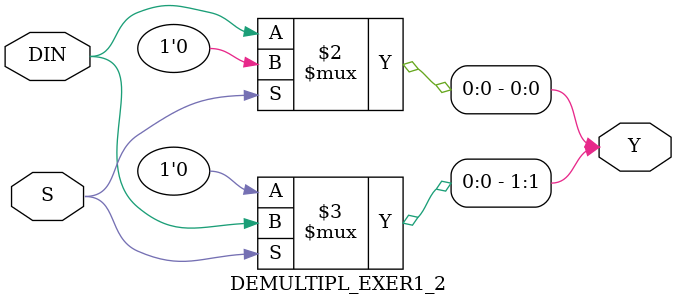
<source format=v>
module DEMULTIPL_EXER1_2(DIN, S, Y);
    input DIN, S;
    output [1:0] Y;

    assign Y[0] = (~S) ? DIN : 1'b0;
    assign Y[1] = (S) ? DIN : 1'b0;
endmodule
</source>
